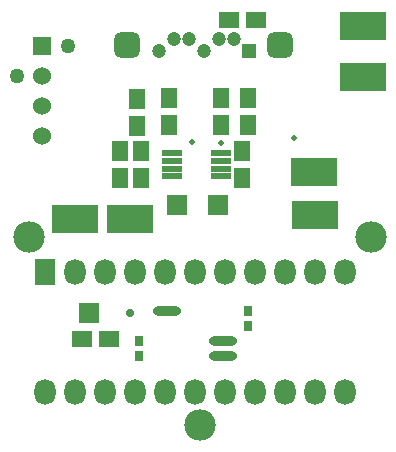
<source format=gbs>
%FSLAX25Y25*%
%MOIN*%
G70*
G01*
G75*
G04 Layer_Color=16711935*
%ADD10O,0.08661X0.02362*%
%ADD11R,0.05000X0.06000*%
%ADD12C,0.01500*%
%ADD13C,0.01000*%
%ADD14C,0.02500*%
%ADD15O,0.06300X0.07874*%
%ADD16R,0.06300X0.07874*%
%ADD17C,0.03937*%
G04:AMPARAMS|DCode=18|XSize=78.74mil|YSize=78.74mil|CornerRadius=19.69mil|HoleSize=0mil|Usage=FLASHONLY|Rotation=180.000|XOffset=0mil|YOffset=0mil|HoleType=Round|Shape=RoundedRectangle|*
%AMROUNDEDRECTD18*
21,1,0.07874,0.03937,0,0,180.0*
21,1,0.03937,0.07874,0,0,180.0*
1,1,0.03937,-0.01969,0.01969*
1,1,0.03937,0.01969,0.01969*
1,1,0.03937,0.01969,-0.01969*
1,1,0.03937,-0.01969,-0.01969*
%
%ADD18ROUNDEDRECTD18*%
%ADD19R,0.03937X0.03937*%
%ADD20C,0.05200*%
%ADD21R,0.05200X0.05200*%
%ADD22R,0.02000X0.02500*%
%ADD23R,0.06000X0.06000*%
%ADD24R,0.06000X0.05000*%
%ADD25R,0.15000X0.08500*%
%ADD26C,0.09700*%
%ADD27C,0.05000*%
%ADD28C,0.02000*%
%ADD29C,0.04000*%
%ADD30C,0.09100*%
G04:AMPARAMS|DCode=31|XSize=111mil|YSize=111mil|CornerRadius=0mil|HoleSize=0mil|Usage=FLASHONLY|Rotation=0.000|XOffset=0mil|YOffset=0mil|HoleType=Round|Shape=Relief|Width=10mil|Gap=10mil|Entries=4|*
%AMTHD31*
7,0,0,0.11100,0.09100,0.01000,45*
%
%ADD31THD31*%
%ADD32C,0.06913*%
%ADD33C,0.09315*%
%ADD34C,0.07800*%
%ADD35C,0.04800*%
G04:AMPARAMS|DCode=36|XSize=68mil|YSize=68mil|CornerRadius=0mil|HoleSize=0mil|Usage=FLASHONLY|Rotation=0.000|XOffset=0mil|YOffset=0mil|HoleType=Round|Shape=Relief|Width=10mil|Gap=10mil|Entries=4|*
%AMTHD36*
7,0,0,0.06800,0.04800,0.01000,45*
%
%ADD36THD36*%
%ADD37C,0.12500*%
G04:AMPARAMS|DCode=38|XSize=88mil|YSize=88mil|CornerRadius=0mil|HoleSize=0mil|Usage=FLASHONLY|Rotation=0.000|XOffset=0mil|YOffset=0mil|HoleType=Round|Shape=Relief|Width=10mil|Gap=10mil|Entries=4|*
%AMTHD38*
7,0,0,0.08800,0.06800,0.01000,45*
%
%ADD38THD38*%
%ADD39C,0.06800*%
%ADD40C,0.03000*%
%ADD41C,0.00600*%
G04:AMPARAMS|DCode=42|XSize=98mil|YSize=98mil|CornerRadius=0mil|HoleSize=0mil|Usage=FLASHONLY|Rotation=0.000|XOffset=0mil|YOffset=0mil|HoleType=Round|Shape=Relief|Width=10mil|Gap=10mil|Entries=4|*
%AMTHD42*
7,0,0,0.09800,0.07800,0.01000,45*
%
%ADD42THD42*%
%ADD43R,0.06102X0.01575*%
%ADD44C,0.01200*%
%ADD45C,0.00984*%
%ADD46C,0.00984*%
%ADD47C,0.00787*%
%ADD48O,0.09461X0.03162*%
%ADD49R,0.05800X0.06800*%
%ADD50O,0.07100X0.08674*%
%ADD51R,0.07100X0.08674*%
%ADD52C,0.04737*%
G04:AMPARAMS|DCode=53|XSize=86.74mil|YSize=86.74mil|CornerRadius=23.69mil|HoleSize=0mil|Usage=FLASHONLY|Rotation=180.000|XOffset=0mil|YOffset=0mil|HoleType=Round|Shape=RoundedRectangle|*
%AMROUNDEDRECTD53*
21,1,0.08674,0.03937,0,0,180.0*
21,1,0.03937,0.08674,0,0,180.0*
1,1,0.04737,-0.01969,0.01969*
1,1,0.04737,0.01969,0.01969*
1,1,0.04737,0.01969,-0.01969*
1,1,0.04737,-0.01969,-0.01969*
%
%ADD53ROUNDEDRECTD53*%
%ADD54R,0.04737X0.04737*%
%ADD55C,0.06000*%
%ADD56R,0.06000X0.06000*%
%ADD57R,0.02800X0.03300*%
%ADD58R,0.06800X0.06800*%
%ADD59R,0.06800X0.05800*%
%ADD60R,0.15800X0.09300*%
%ADD61C,0.10500*%
%ADD62R,0.06902X0.02375*%
%ADD63C,0.02800*%
D27*
X5500Y122800D02*
D03*
X22500Y132800D02*
D03*
D28*
X63800Y100800D02*
D03*
X73400Y100600D02*
D03*
X97700Y102200D02*
D03*
D48*
X74249Y29400D02*
D03*
X55351Y44400D02*
D03*
X74249Y34400D02*
D03*
D49*
X39800Y97900D02*
D03*
X73400Y106300D02*
D03*
Y115300D02*
D03*
X47000Y88900D02*
D03*
Y97900D02*
D03*
X45500Y115000D02*
D03*
X80600Y97900D02*
D03*
Y88900D02*
D03*
X39800D02*
D03*
X56100Y115300D02*
D03*
X80600Y88900D02*
D03*
X82400Y106300D02*
D03*
Y115300D02*
D03*
X45500Y106000D02*
D03*
X56100Y106300D02*
D03*
X47000Y88900D02*
D03*
X73400Y115300D02*
D03*
D50*
X114900Y17500D02*
D03*
X104900D02*
D03*
X94900D02*
D03*
X84900D02*
D03*
X74900D02*
D03*
X64900D02*
D03*
X54900D02*
D03*
X44900D02*
D03*
X34900D02*
D03*
X24900D02*
D03*
X14900D02*
D03*
X114900Y57500D02*
D03*
X104900D02*
D03*
X94900D02*
D03*
X84900D02*
D03*
X74900D02*
D03*
X64900D02*
D03*
X54900D02*
D03*
X44900D02*
D03*
X34900D02*
D03*
X24900D02*
D03*
D51*
X14900D02*
D03*
D52*
X72692Y135037D02*
D03*
X67692Y131100D02*
D03*
X62692Y135037D02*
D03*
X77692D02*
D03*
X57692D02*
D03*
X52692Y131100D02*
D03*
D53*
X93204Y133069D02*
D03*
X42180D02*
D03*
D54*
X82692Y131100D02*
D03*
D55*
X13700Y102800D02*
D03*
Y112800D02*
D03*
Y122800D02*
D03*
D56*
Y132800D02*
D03*
D57*
X82400Y44400D02*
D03*
Y39400D02*
D03*
X46300Y29400D02*
D03*
Y34400D02*
D03*
D58*
X29550Y43850D02*
D03*
X72350Y79650D02*
D03*
X58850D02*
D03*
D59*
X27300Y35000D02*
D03*
X36300D02*
D03*
X85300Y141600D02*
D03*
X76300D02*
D03*
D60*
X24800Y75000D02*
D03*
X43200D02*
D03*
X104900Y76400D02*
D03*
X121000Y122500D02*
D03*
Y139300D02*
D03*
X104400Y90900D02*
D03*
D61*
X123480Y69200D02*
D03*
X66450Y6300D02*
D03*
X9380Y69200D02*
D03*
D62*
X57031Y89361D02*
D03*
Y94479D02*
D03*
Y97039D02*
D03*
X73369Y89361D02*
D03*
Y94479D02*
D03*
Y97039D02*
D03*
X57031Y91920D02*
D03*
X73369D02*
D03*
D63*
X43050Y43850D02*
D03*
M02*

</source>
